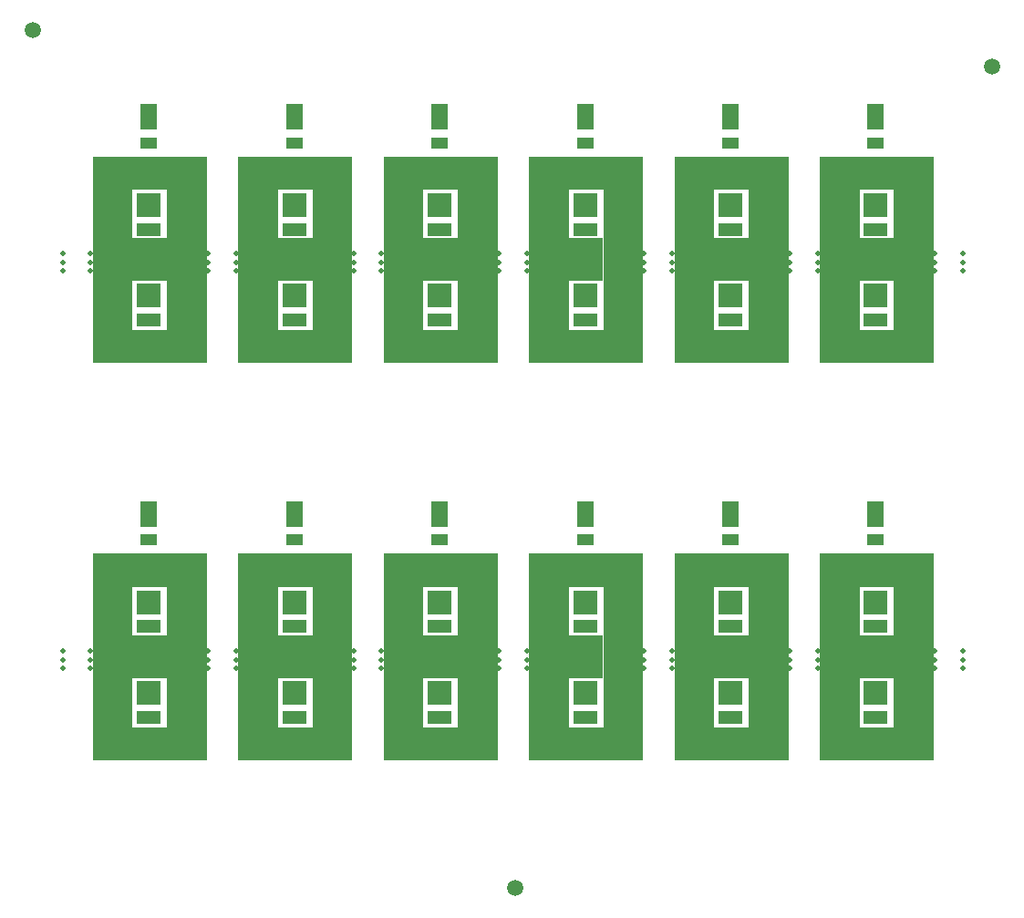
<source format=gbr>
G04 #@! TF.GenerationSoftware,KiCad,Pcbnew,(5.1.5)-3*
G04 #@! TF.CreationDate,2020-08-22T08:16:36+03:00*
G04 #@! TF.ProjectId,C5W LED series,43355720-4c45-4442-9073-65726965732e,rev?*
G04 #@! TF.SameCoordinates,Original*
G04 #@! TF.FileFunction,Soldermask,Top*
G04 #@! TF.FilePolarity,Negative*
%FSLAX46Y46*%
G04 Gerber Fmt 4.6, Leading zero omitted, Abs format (unit mm)*
G04 Created by KiCad (PCBNEW (5.1.5)-3) date 2020-08-22 08:16:36*
%MOMM*%
%LPD*%
G04 APERTURE LIST*
%ADD10C,0.100000*%
%ADD11C,1.500000*%
%ADD12C,0.500000*%
%ADD13R,1.500000X2.400000*%
%ADD14R,1.500000X1.050000*%
%ADD15R,2.200000X1.250000*%
%ADD16R,2.200000X2.200000*%
G04 APERTURE END LIST*
D10*
G36*
X178400000Y-119450000D02*
G01*
X175100000Y-119450000D01*
X175100000Y-116450000D01*
X178400000Y-116450000D01*
X178400000Y-119450000D01*
G37*
X178400000Y-119450000D02*
X175100000Y-119450000D01*
X175100000Y-116450000D01*
X178400000Y-116450000D01*
X178400000Y-119450000D01*
G36*
X168500000Y-119450000D02*
G01*
X164900000Y-119450000D01*
X164900000Y-100350000D01*
X168500000Y-100350000D01*
X168500000Y-119450000D01*
G37*
X168500000Y-119450000D02*
X164900000Y-119450000D01*
X164900000Y-100350000D01*
X168500000Y-100350000D01*
X168500000Y-119450000D01*
G36*
X164900000Y-119450000D02*
G01*
X161600000Y-119450000D01*
X161600000Y-116450000D01*
X164900000Y-116450000D01*
X164900000Y-119450000D01*
G37*
X164900000Y-119450000D02*
X161600000Y-119450000D01*
X161600000Y-116450000D01*
X164900000Y-116450000D01*
X164900000Y-119450000D01*
G36*
X175100000Y-119450000D02*
G01*
X171500000Y-119450000D01*
X171500000Y-100350000D01*
X175100000Y-100350000D01*
X175100000Y-119450000D01*
G37*
X175100000Y-119450000D02*
X171500000Y-119450000D01*
X171500000Y-100350000D01*
X175100000Y-100350000D01*
X175100000Y-119450000D01*
G36*
X178300000Y-111850000D02*
G01*
X175100000Y-111850000D01*
X175100000Y-107950000D01*
X178300000Y-107950000D01*
X178300000Y-111850000D01*
G37*
X178300000Y-111850000D02*
X175100000Y-111850000D01*
X175100000Y-107950000D01*
X178300000Y-107950000D01*
X178300000Y-111850000D01*
G36*
X182000000Y-119450000D02*
G01*
X178400000Y-119450000D01*
X178400000Y-100350000D01*
X182000000Y-100350000D01*
X182000000Y-119450000D01*
G37*
X182000000Y-119450000D02*
X178400000Y-119450000D01*
X178400000Y-100350000D01*
X182000000Y-100350000D01*
X182000000Y-119450000D01*
G36*
X178400000Y-103350000D02*
G01*
X175100000Y-103350000D01*
X175100000Y-100350000D01*
X178400000Y-100350000D01*
X178400000Y-103350000D01*
G37*
X178400000Y-103350000D02*
X175100000Y-103350000D01*
X175100000Y-100350000D01*
X178400000Y-100350000D01*
X178400000Y-103350000D01*
G36*
X151400000Y-119450000D02*
G01*
X148100000Y-119450000D01*
X148100000Y-116450000D01*
X151400000Y-116450000D01*
X151400000Y-119450000D01*
G37*
X151400000Y-119450000D02*
X148100000Y-119450000D01*
X148100000Y-116450000D01*
X151400000Y-116450000D01*
X151400000Y-119450000D01*
G36*
X155000000Y-119450000D02*
G01*
X151400000Y-119450000D01*
X151400000Y-100350000D01*
X155000000Y-100350000D01*
X155000000Y-119450000D01*
G37*
X155000000Y-119450000D02*
X151400000Y-119450000D01*
X151400000Y-100350000D01*
X155000000Y-100350000D01*
X155000000Y-119450000D01*
G36*
X164800000Y-111850000D02*
G01*
X161600000Y-111850000D01*
X161600000Y-107950000D01*
X164800000Y-107950000D01*
X164800000Y-111850000D01*
G37*
X164800000Y-111850000D02*
X161600000Y-111850000D01*
X161600000Y-107950000D01*
X164800000Y-107950000D01*
X164800000Y-111850000D01*
G36*
X151300000Y-111850000D02*
G01*
X148100000Y-111850000D01*
X148100000Y-107950000D01*
X151300000Y-107950000D01*
X151300000Y-111850000D01*
G37*
X151300000Y-111850000D02*
X148100000Y-111850000D01*
X148100000Y-107950000D01*
X151300000Y-107950000D01*
X151300000Y-111850000D01*
G36*
X148100000Y-119450000D02*
G01*
X144500000Y-119450000D01*
X144500000Y-100350000D01*
X148100000Y-100350000D01*
X148100000Y-119450000D01*
G37*
X148100000Y-119450000D02*
X144500000Y-119450000D01*
X144500000Y-100350000D01*
X148100000Y-100350000D01*
X148100000Y-119450000D01*
G36*
X164900000Y-103350000D02*
G01*
X161600000Y-103350000D01*
X161600000Y-100350000D01*
X164900000Y-100350000D01*
X164900000Y-103350000D01*
G37*
X164900000Y-103350000D02*
X161600000Y-103350000D01*
X161600000Y-100350000D01*
X164900000Y-100350000D01*
X164900000Y-103350000D01*
G36*
X161600000Y-119450000D02*
G01*
X158000000Y-119450000D01*
X158000000Y-100350000D01*
X161600000Y-100350000D01*
X161600000Y-119450000D01*
G37*
X161600000Y-119450000D02*
X158000000Y-119450000D01*
X158000000Y-100350000D01*
X161600000Y-100350000D01*
X161600000Y-119450000D01*
G36*
X151400000Y-103350000D02*
G01*
X148100000Y-103350000D01*
X148100000Y-100350000D01*
X151400000Y-100350000D01*
X151400000Y-103350000D01*
G37*
X151400000Y-103350000D02*
X148100000Y-103350000D01*
X148100000Y-100350000D01*
X151400000Y-100350000D01*
X151400000Y-103350000D01*
G36*
X188600000Y-119450000D02*
G01*
X185000000Y-119450000D01*
X185000000Y-100350000D01*
X188600000Y-100350000D01*
X188600000Y-119450000D01*
G37*
X188600000Y-119450000D02*
X185000000Y-119450000D01*
X185000000Y-100350000D01*
X188600000Y-100350000D01*
X188600000Y-119450000D01*
G36*
X202100000Y-119450000D02*
G01*
X198500000Y-119450000D01*
X198500000Y-100350000D01*
X202100000Y-100350000D01*
X202100000Y-119450000D01*
G37*
X202100000Y-119450000D02*
X198500000Y-119450000D01*
X198500000Y-100350000D01*
X202100000Y-100350000D01*
X202100000Y-119450000D01*
G36*
X191900000Y-103350000D02*
G01*
X188600000Y-103350000D01*
X188600000Y-100350000D01*
X191900000Y-100350000D01*
X191900000Y-103350000D01*
G37*
X191900000Y-103350000D02*
X188600000Y-103350000D01*
X188600000Y-100350000D01*
X191900000Y-100350000D01*
X191900000Y-103350000D01*
G36*
X209000000Y-119450000D02*
G01*
X205400000Y-119450000D01*
X205400000Y-100350000D01*
X209000000Y-100350000D01*
X209000000Y-119450000D01*
G37*
X209000000Y-119450000D02*
X205400000Y-119450000D01*
X205400000Y-100350000D01*
X209000000Y-100350000D01*
X209000000Y-119450000D01*
G36*
X205400000Y-119450000D02*
G01*
X202100000Y-119450000D01*
X202100000Y-116450000D01*
X205400000Y-116450000D01*
X205400000Y-119450000D01*
G37*
X205400000Y-119450000D02*
X202100000Y-119450000D01*
X202100000Y-116450000D01*
X205400000Y-116450000D01*
X205400000Y-119450000D01*
G36*
X191900000Y-119450000D02*
G01*
X188600000Y-119450000D01*
X188600000Y-116450000D01*
X191900000Y-116450000D01*
X191900000Y-119450000D01*
G37*
X191900000Y-119450000D02*
X188600000Y-119450000D01*
X188600000Y-116450000D01*
X191900000Y-116450000D01*
X191900000Y-119450000D01*
G36*
X191800000Y-111850000D02*
G01*
X188600000Y-111850000D01*
X188600000Y-107950000D01*
X191800000Y-107950000D01*
X191800000Y-111850000D01*
G37*
X191800000Y-111850000D02*
X188600000Y-111850000D01*
X188600000Y-107950000D01*
X191800000Y-107950000D01*
X191800000Y-111850000D01*
G36*
X205300000Y-111850000D02*
G01*
X202100000Y-111850000D01*
X202100000Y-107950000D01*
X205300000Y-107950000D01*
X205300000Y-111850000D01*
G37*
X205300000Y-111850000D02*
X202100000Y-111850000D01*
X202100000Y-107950000D01*
X205300000Y-107950000D01*
X205300000Y-111850000D01*
G36*
X205400000Y-103350000D02*
G01*
X202100000Y-103350000D01*
X202100000Y-100350000D01*
X205400000Y-100350000D01*
X205400000Y-103350000D01*
G37*
X205400000Y-103350000D02*
X202100000Y-103350000D01*
X202100000Y-100350000D01*
X205400000Y-100350000D01*
X205400000Y-103350000D01*
G36*
X195500000Y-119450000D02*
G01*
X191900000Y-119450000D01*
X191900000Y-100350000D01*
X195500000Y-100350000D01*
X195500000Y-119450000D01*
G37*
X195500000Y-119450000D02*
X191900000Y-119450000D01*
X191900000Y-100350000D01*
X195500000Y-100350000D01*
X195500000Y-119450000D01*
G36*
X134600000Y-119450000D02*
G01*
X131000000Y-119450000D01*
X131000000Y-100350000D01*
X134600000Y-100350000D01*
X134600000Y-119450000D01*
G37*
X134600000Y-119450000D02*
X131000000Y-119450000D01*
X131000000Y-100350000D01*
X134600000Y-100350000D01*
X134600000Y-119450000D01*
G36*
X137900000Y-119450000D02*
G01*
X134600000Y-119450000D01*
X134600000Y-116450000D01*
X137900000Y-116450000D01*
X137900000Y-119450000D01*
G37*
X137900000Y-119450000D02*
X134600000Y-119450000D01*
X134600000Y-116450000D01*
X137900000Y-116450000D01*
X137900000Y-119450000D01*
G36*
X137900000Y-103350000D02*
G01*
X134600000Y-103350000D01*
X134600000Y-100350000D01*
X137900000Y-100350000D01*
X137900000Y-103350000D01*
G37*
X137900000Y-103350000D02*
X134600000Y-103350000D01*
X134600000Y-100350000D01*
X137900000Y-100350000D01*
X137900000Y-103350000D01*
G36*
X137800000Y-111850000D02*
G01*
X134600000Y-111850000D01*
X134600000Y-107950000D01*
X137800000Y-107950000D01*
X137800000Y-111850000D01*
G37*
X137800000Y-111850000D02*
X134600000Y-111850000D01*
X134600000Y-107950000D01*
X137800000Y-107950000D01*
X137800000Y-111850000D01*
G36*
X141500000Y-119450000D02*
G01*
X137900000Y-119450000D01*
X137900000Y-100350000D01*
X141500000Y-100350000D01*
X141500000Y-119450000D01*
G37*
X141500000Y-119450000D02*
X137900000Y-119450000D01*
X137900000Y-100350000D01*
X141500000Y-100350000D01*
X141500000Y-119450000D01*
G36*
X202100000Y-82550000D02*
G01*
X198500000Y-82550000D01*
X198500000Y-63450000D01*
X202100000Y-63450000D01*
X202100000Y-82550000D01*
G37*
X202100000Y-82550000D02*
X198500000Y-82550000D01*
X198500000Y-63450000D01*
X202100000Y-63450000D01*
X202100000Y-82550000D01*
G36*
X205400000Y-66450000D02*
G01*
X202100000Y-66450000D01*
X202100000Y-63450000D01*
X205400000Y-63450000D01*
X205400000Y-66450000D01*
G37*
X205400000Y-66450000D02*
X202100000Y-66450000D01*
X202100000Y-63450000D01*
X205400000Y-63450000D01*
X205400000Y-66450000D01*
G36*
X205400000Y-82550000D02*
G01*
X202100000Y-82550000D01*
X202100000Y-79550000D01*
X205400000Y-79550000D01*
X205400000Y-82550000D01*
G37*
X205400000Y-82550000D02*
X202100000Y-82550000D01*
X202100000Y-79550000D01*
X205400000Y-79550000D01*
X205400000Y-82550000D01*
G36*
X205300000Y-74950000D02*
G01*
X202100000Y-74950000D01*
X202100000Y-71050000D01*
X205300000Y-71050000D01*
X205300000Y-74950000D01*
G37*
X205300000Y-74950000D02*
X202100000Y-74950000D01*
X202100000Y-71050000D01*
X205300000Y-71050000D01*
X205300000Y-74950000D01*
G36*
X209000000Y-82550000D02*
G01*
X205400000Y-82550000D01*
X205400000Y-63450000D01*
X209000000Y-63450000D01*
X209000000Y-82550000D01*
G37*
X209000000Y-82550000D02*
X205400000Y-82550000D01*
X205400000Y-63450000D01*
X209000000Y-63450000D01*
X209000000Y-82550000D01*
G36*
X191900000Y-82550000D02*
G01*
X188600000Y-82550000D01*
X188600000Y-79550000D01*
X191900000Y-79550000D01*
X191900000Y-82550000D01*
G37*
X191900000Y-82550000D02*
X188600000Y-82550000D01*
X188600000Y-79550000D01*
X191900000Y-79550000D01*
X191900000Y-82550000D01*
G36*
X188600000Y-82550000D02*
G01*
X185000000Y-82550000D01*
X185000000Y-63450000D01*
X188600000Y-63450000D01*
X188600000Y-82550000D01*
G37*
X188600000Y-82550000D02*
X185000000Y-82550000D01*
X185000000Y-63450000D01*
X188600000Y-63450000D01*
X188600000Y-82550000D01*
G36*
X191800000Y-74950000D02*
G01*
X188600000Y-74950000D01*
X188600000Y-71050000D01*
X191800000Y-71050000D01*
X191800000Y-74950000D01*
G37*
X191800000Y-74950000D02*
X188600000Y-74950000D01*
X188600000Y-71050000D01*
X191800000Y-71050000D01*
X191800000Y-74950000D01*
G36*
X195500000Y-82550000D02*
G01*
X191900000Y-82550000D01*
X191900000Y-63450000D01*
X195500000Y-63450000D01*
X195500000Y-82550000D01*
G37*
X195500000Y-82550000D02*
X191900000Y-82550000D01*
X191900000Y-63450000D01*
X195500000Y-63450000D01*
X195500000Y-82550000D01*
G36*
X191900000Y-66450000D02*
G01*
X188600000Y-66450000D01*
X188600000Y-63450000D01*
X191900000Y-63450000D01*
X191900000Y-66450000D01*
G37*
X191900000Y-66450000D02*
X188600000Y-66450000D01*
X188600000Y-63450000D01*
X191900000Y-63450000D01*
X191900000Y-66450000D01*
G36*
X182000000Y-82550000D02*
G01*
X178400000Y-82550000D01*
X178400000Y-63450000D01*
X182000000Y-63450000D01*
X182000000Y-82550000D01*
G37*
X182000000Y-82550000D02*
X178400000Y-82550000D01*
X178400000Y-63450000D01*
X182000000Y-63450000D01*
X182000000Y-82550000D01*
G36*
X178400000Y-82550000D02*
G01*
X175100000Y-82550000D01*
X175100000Y-79550000D01*
X178400000Y-79550000D01*
X178400000Y-82550000D01*
G37*
X178400000Y-82550000D02*
X175100000Y-82550000D01*
X175100000Y-79550000D01*
X178400000Y-79550000D01*
X178400000Y-82550000D01*
G36*
X178300000Y-74950000D02*
G01*
X175100000Y-74950000D01*
X175100000Y-71050000D01*
X178300000Y-71050000D01*
X178300000Y-74950000D01*
G37*
X178300000Y-74950000D02*
X175100000Y-74950000D01*
X175100000Y-71050000D01*
X178300000Y-71050000D01*
X178300000Y-74950000D01*
G36*
X178400000Y-66450000D02*
G01*
X175100000Y-66450000D01*
X175100000Y-63450000D01*
X178400000Y-63450000D01*
X178400000Y-66450000D01*
G37*
X178400000Y-66450000D02*
X175100000Y-66450000D01*
X175100000Y-63450000D01*
X178400000Y-63450000D01*
X178400000Y-66450000D01*
G36*
X175100000Y-82550000D02*
G01*
X171500000Y-82550000D01*
X171500000Y-63450000D01*
X175100000Y-63450000D01*
X175100000Y-82550000D01*
G37*
X175100000Y-82550000D02*
X171500000Y-82550000D01*
X171500000Y-63450000D01*
X175100000Y-63450000D01*
X175100000Y-82550000D01*
G36*
X164900000Y-82550000D02*
G01*
X161600000Y-82550000D01*
X161600000Y-79550000D01*
X164900000Y-79550000D01*
X164900000Y-82550000D01*
G37*
X164900000Y-82550000D02*
X161600000Y-82550000D01*
X161600000Y-79550000D01*
X164900000Y-79550000D01*
X164900000Y-82550000D01*
G36*
X168500000Y-82550000D02*
G01*
X164900000Y-82550000D01*
X164900000Y-63450000D01*
X168500000Y-63450000D01*
X168500000Y-82550000D01*
G37*
X168500000Y-82550000D02*
X164900000Y-82550000D01*
X164900000Y-63450000D01*
X168500000Y-63450000D01*
X168500000Y-82550000D01*
G36*
X164800000Y-74950000D02*
G01*
X161600000Y-74950000D01*
X161600000Y-71050000D01*
X164800000Y-71050000D01*
X164800000Y-74950000D01*
G37*
X164800000Y-74950000D02*
X161600000Y-74950000D01*
X161600000Y-71050000D01*
X164800000Y-71050000D01*
X164800000Y-74950000D01*
G36*
X161600000Y-82550000D02*
G01*
X158000000Y-82550000D01*
X158000000Y-63450000D01*
X161600000Y-63450000D01*
X161600000Y-82550000D01*
G37*
X161600000Y-82550000D02*
X158000000Y-82550000D01*
X158000000Y-63450000D01*
X161600000Y-63450000D01*
X161600000Y-82550000D01*
G36*
X164900000Y-66450000D02*
G01*
X161600000Y-66450000D01*
X161600000Y-63450000D01*
X164900000Y-63450000D01*
X164900000Y-66450000D01*
G37*
X164900000Y-66450000D02*
X161600000Y-66450000D01*
X161600000Y-63450000D01*
X164900000Y-63450000D01*
X164900000Y-66450000D01*
G36*
X148100000Y-82550000D02*
G01*
X144500000Y-82550000D01*
X144500000Y-63450000D01*
X148100000Y-63450000D01*
X148100000Y-82550000D01*
G37*
X148100000Y-82550000D02*
X144500000Y-82550000D01*
X144500000Y-63450000D01*
X148100000Y-63450000D01*
X148100000Y-82550000D01*
G36*
X151400000Y-82550000D02*
G01*
X148100000Y-82550000D01*
X148100000Y-79550000D01*
X151400000Y-79550000D01*
X151400000Y-82550000D01*
G37*
X151400000Y-82550000D02*
X148100000Y-82550000D01*
X148100000Y-79550000D01*
X151400000Y-79550000D01*
X151400000Y-82550000D01*
G36*
X151400000Y-66450000D02*
G01*
X148100000Y-66450000D01*
X148100000Y-63450000D01*
X151400000Y-63450000D01*
X151400000Y-66450000D01*
G37*
X151400000Y-66450000D02*
X148100000Y-66450000D01*
X148100000Y-63450000D01*
X151400000Y-63450000D01*
X151400000Y-66450000D01*
G36*
X151300000Y-74950000D02*
G01*
X148100000Y-74950000D01*
X148100000Y-71050000D01*
X151300000Y-71050000D01*
X151300000Y-74950000D01*
G37*
X151300000Y-74950000D02*
X148100000Y-74950000D01*
X148100000Y-71050000D01*
X151300000Y-71050000D01*
X151300000Y-74950000D01*
G36*
X155000000Y-82550000D02*
G01*
X151400000Y-82550000D01*
X151400000Y-63450000D01*
X155000000Y-63450000D01*
X155000000Y-82550000D01*
G37*
X155000000Y-82550000D02*
X151400000Y-82550000D01*
X151400000Y-63450000D01*
X155000000Y-63450000D01*
X155000000Y-82550000D01*
G36*
X137800000Y-74950000D02*
G01*
X134600000Y-74950000D01*
X134600000Y-71050000D01*
X137800000Y-71050000D01*
X137800000Y-74950000D01*
G37*
X137800000Y-74950000D02*
X134600000Y-74950000D01*
X134600000Y-71050000D01*
X137800000Y-71050000D01*
X137800000Y-74950000D01*
G36*
X137900000Y-66450000D02*
G01*
X134600000Y-66450000D01*
X134600000Y-63450000D01*
X137900000Y-63450000D01*
X137900000Y-66450000D01*
G37*
X137900000Y-66450000D02*
X134600000Y-66450000D01*
X134600000Y-63450000D01*
X137900000Y-63450000D01*
X137900000Y-66450000D01*
G36*
X137900000Y-82550000D02*
G01*
X134600000Y-82550000D01*
X134600000Y-79550000D01*
X137900000Y-79550000D01*
X137900000Y-82550000D01*
G37*
X137900000Y-82550000D02*
X134600000Y-82550000D01*
X134600000Y-79550000D01*
X137900000Y-79550000D01*
X137900000Y-82550000D01*
G36*
X141500000Y-82550000D02*
G01*
X137900000Y-82550000D01*
X137900000Y-63450000D01*
X141500000Y-63450000D01*
X141500000Y-82550000D01*
G37*
X141500000Y-82550000D02*
X137900000Y-82550000D01*
X137900000Y-63450000D01*
X141500000Y-63450000D01*
X141500000Y-82550000D01*
G36*
X134600000Y-82550000D02*
G01*
X131000000Y-82550000D01*
X131000000Y-63450000D01*
X134600000Y-63450000D01*
X134600000Y-82550000D01*
G37*
X134600000Y-82550000D02*
X131000000Y-82550000D01*
X131000000Y-63450000D01*
X134600000Y-63450000D01*
X134600000Y-82550000D01*
D11*
X125400000Y-51700000D03*
X170200000Y-131400000D03*
X214500000Y-55100000D03*
D12*
X209200000Y-110200000D03*
X209200000Y-109400000D03*
X209200000Y-111000000D03*
X211800000Y-110200000D03*
X211800000Y-109400000D03*
X211800000Y-111000000D03*
D13*
X203700000Y-96700000D03*
D14*
X203700000Y-99075000D03*
D12*
X155200000Y-110200000D03*
X155200000Y-109400000D03*
X155200000Y-111000000D03*
X157800000Y-110200000D03*
X157800000Y-109400000D03*
X157800000Y-111000000D03*
X144300000Y-111000000D03*
X144300000Y-109400000D03*
X144300000Y-110200000D03*
X141700000Y-111000000D03*
X141700000Y-109400000D03*
X141700000Y-110200000D03*
D15*
X149700000Y-115525000D03*
D16*
X149700000Y-113250000D03*
D15*
X203700000Y-115525000D03*
D16*
X203700000Y-113250000D03*
D12*
X171300000Y-111000000D03*
X171300000Y-109400000D03*
X171300000Y-110200000D03*
X168700000Y-111000000D03*
X168700000Y-109400000D03*
X168700000Y-110200000D03*
D16*
X163200000Y-113250000D03*
D15*
X163200000Y-115525000D03*
D13*
X149700000Y-96700000D03*
D14*
X149700000Y-99075000D03*
D12*
X198300000Y-111000000D03*
X198300000Y-109400000D03*
X198300000Y-110200000D03*
X195700000Y-111000000D03*
X195700000Y-109400000D03*
X195700000Y-110200000D03*
D15*
X149700000Y-107125000D03*
D16*
X149700000Y-104850000D03*
D15*
X203700000Y-107125000D03*
D16*
X203700000Y-104850000D03*
X190200000Y-104850000D03*
D15*
X190200000Y-107125000D03*
D16*
X163200000Y-104850000D03*
D15*
X163200000Y-107125000D03*
D16*
X190200000Y-113250000D03*
D15*
X190200000Y-115525000D03*
X176700000Y-115525000D03*
D16*
X176700000Y-113250000D03*
D14*
X163200000Y-99075000D03*
D13*
X163200000Y-96700000D03*
D15*
X176700000Y-107125000D03*
D16*
X176700000Y-104850000D03*
D14*
X190200000Y-99075000D03*
D13*
X190200000Y-96700000D03*
D12*
X128200000Y-110200000D03*
X128200000Y-109400000D03*
X128200000Y-111000000D03*
X130800000Y-110200000D03*
X130800000Y-109400000D03*
X130800000Y-111000000D03*
D13*
X176700000Y-96700000D03*
D14*
X176700000Y-99075000D03*
D12*
X182200000Y-110200000D03*
X182200000Y-109400000D03*
X182200000Y-111000000D03*
X184800000Y-110200000D03*
X184800000Y-109400000D03*
X184800000Y-111000000D03*
D16*
X136200000Y-113250000D03*
D15*
X136200000Y-115525000D03*
D16*
X136200000Y-104850000D03*
D15*
X136200000Y-107125000D03*
D14*
X136200000Y-99075000D03*
D13*
X136200000Y-96700000D03*
D12*
X211800000Y-74100000D03*
X211800000Y-72500000D03*
X211800000Y-73300000D03*
X209200000Y-74100000D03*
X209200000Y-72500000D03*
X209200000Y-73300000D03*
D16*
X203700000Y-67950000D03*
D15*
X203700000Y-70225000D03*
D16*
X203700000Y-76350000D03*
D15*
X203700000Y-78625000D03*
D14*
X203700000Y-62175000D03*
D13*
X203700000Y-59800000D03*
D12*
X195700000Y-73300000D03*
X195700000Y-72500000D03*
X195700000Y-74100000D03*
X198300000Y-73300000D03*
X198300000Y-72500000D03*
X198300000Y-74100000D03*
X184800000Y-74100000D03*
X184800000Y-72500000D03*
X184800000Y-73300000D03*
X182200000Y-74100000D03*
X182200000Y-72500000D03*
X182200000Y-73300000D03*
D15*
X190200000Y-78625000D03*
D16*
X190200000Y-76350000D03*
D15*
X190200000Y-70225000D03*
D16*
X190200000Y-67950000D03*
D13*
X190200000Y-59800000D03*
D14*
X190200000Y-62175000D03*
D12*
X168700000Y-73300000D03*
X168700000Y-72500000D03*
X168700000Y-74100000D03*
X171300000Y-73300000D03*
X171300000Y-72500000D03*
X171300000Y-74100000D03*
D16*
X176700000Y-76350000D03*
D15*
X176700000Y-78625000D03*
D16*
X176700000Y-67950000D03*
D15*
X176700000Y-70225000D03*
D14*
X176700000Y-62175000D03*
D13*
X176700000Y-59800000D03*
D12*
X157800000Y-74100000D03*
X157800000Y-72500000D03*
X157800000Y-73300000D03*
X155200000Y-74100000D03*
X155200000Y-72500000D03*
X155200000Y-73300000D03*
D15*
X163200000Y-78625000D03*
D16*
X163200000Y-76350000D03*
D13*
X163200000Y-59800000D03*
D14*
X163200000Y-62175000D03*
D15*
X163200000Y-70225000D03*
D16*
X163200000Y-67950000D03*
D12*
X141700000Y-73300000D03*
X141700000Y-72500000D03*
X141700000Y-74100000D03*
X144300000Y-73300000D03*
X144300000Y-72500000D03*
X144300000Y-74100000D03*
D16*
X149700000Y-76350000D03*
D15*
X149700000Y-78625000D03*
D16*
X149700000Y-67950000D03*
D15*
X149700000Y-70225000D03*
D14*
X149700000Y-62175000D03*
D13*
X149700000Y-59800000D03*
D12*
X130800000Y-74100000D03*
X130800000Y-72500000D03*
X130800000Y-73300000D03*
X128200000Y-74100000D03*
X128200000Y-72500000D03*
X128200000Y-73300000D03*
D15*
X136200000Y-70225000D03*
D16*
X136200000Y-67950000D03*
D15*
X136200000Y-78625000D03*
D16*
X136200000Y-76350000D03*
D13*
X136200000Y-59800000D03*
D14*
X136200000Y-62175000D03*
M02*

</source>
